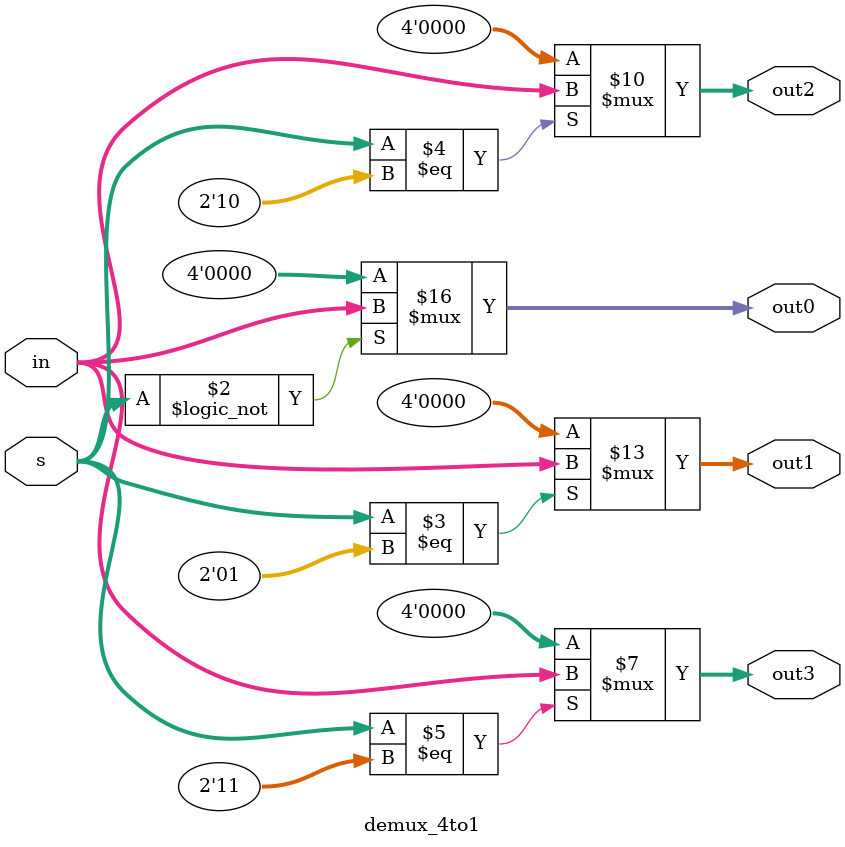
<source format=v>

module demux_4to1(in, s, out0, out1, out2, out3);

input [3:0] in;
input [1:0] s;

output [3:0] out0, out1, out2, out3;

always @(in, s) begin
    if(s == 2'b00) out0 = in; else out0 = 4'b0000; 
    if(s == 2'b01) out1 = in; else out1 = 4'b0000; 
    if(s == 2'b10) out2 = in; else out2 = 4'b0000; 
    if(s == 2'b11) out3 = in; else out3 = 4'b0000; 
    
end
    
endmodule
</source>
